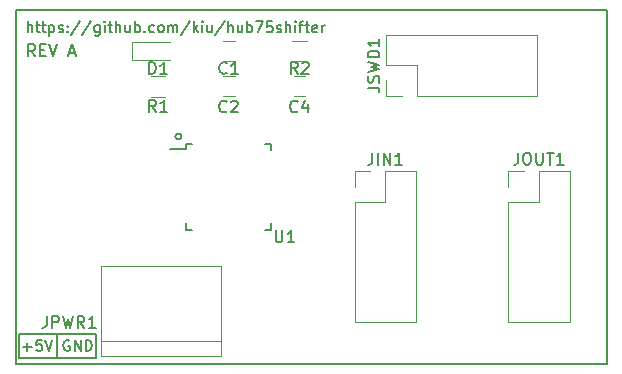
<source format=gbr>
G04 #@! TF.GenerationSoftware,KiCad,Pcbnew,(5.0.0)*
G04 #@! TF.CreationDate,2019-09-15T19:40:45+02:00*
G04 #@! TF.ProjectId,hub75shifter,6875623735736869667465722E6B6963,rev?*
G04 #@! TF.SameCoordinates,Original*
G04 #@! TF.FileFunction,Legend,Top*
G04 #@! TF.FilePolarity,Positive*
%FSLAX46Y46*%
G04 Gerber Fmt 4.6, Leading zero omitted, Abs format (unit mm)*
G04 Created by KiCad (PCBNEW (5.0.0)) date 09/15/19 19:40:45*
%MOMM*%
%LPD*%
G01*
G04 APERTURE LIST*
%ADD10C,0.200000*%
%ADD11C,0.150000*%
%ADD12C,0.120000*%
G04 APERTURE END LIST*
D10*
X20250000Y-49500000D02*
X20250000Y-47500000D01*
X26750000Y-49500000D02*
X20250000Y-49500000D01*
X26750000Y-47500000D02*
X26750000Y-49500000D01*
X20250000Y-47500000D02*
X26750000Y-47500000D01*
D11*
X21619047Y-23952380D02*
X21285714Y-23476190D01*
X21047619Y-23952380D02*
X21047619Y-22952380D01*
X21428571Y-22952380D01*
X21523809Y-23000000D01*
X21571428Y-23047619D01*
X21619047Y-23142857D01*
X21619047Y-23285714D01*
X21571428Y-23380952D01*
X21523809Y-23428571D01*
X21428571Y-23476190D01*
X21047619Y-23476190D01*
X22047619Y-23428571D02*
X22380952Y-23428571D01*
X22523809Y-23952380D02*
X22047619Y-23952380D01*
X22047619Y-22952380D01*
X22523809Y-22952380D01*
X22809523Y-22952380D02*
X23142857Y-23952380D01*
X23476190Y-22952380D01*
X24523809Y-23666666D02*
X25000000Y-23666666D01*
X24428571Y-23952380D02*
X24761904Y-22952380D01*
X25095238Y-23952380D01*
X20985714Y-21907142D02*
X20985714Y-21007142D01*
X21371428Y-21907142D02*
X21371428Y-21435714D01*
X21328571Y-21350000D01*
X21242857Y-21307142D01*
X21114285Y-21307142D01*
X21028571Y-21350000D01*
X20985714Y-21392857D01*
X21671428Y-21307142D02*
X22014285Y-21307142D01*
X21799999Y-21007142D02*
X21799999Y-21778571D01*
X21842857Y-21864285D01*
X21928571Y-21907142D01*
X22014285Y-21907142D01*
X22185714Y-21307142D02*
X22528571Y-21307142D01*
X22314285Y-21007142D02*
X22314285Y-21778571D01*
X22357142Y-21864285D01*
X22442857Y-21907142D01*
X22528571Y-21907142D01*
X22828571Y-21307142D02*
X22828571Y-22207142D01*
X22828571Y-21350000D02*
X22914285Y-21307142D01*
X23085714Y-21307142D01*
X23171428Y-21350000D01*
X23214285Y-21392857D01*
X23257142Y-21478571D01*
X23257142Y-21735714D01*
X23214285Y-21821428D01*
X23171428Y-21864285D01*
X23085714Y-21907142D01*
X22914285Y-21907142D01*
X22828571Y-21864285D01*
X23599999Y-21864285D02*
X23685714Y-21907142D01*
X23857142Y-21907142D01*
X23942857Y-21864285D01*
X23985714Y-21778571D01*
X23985714Y-21735714D01*
X23942857Y-21650000D01*
X23857142Y-21607142D01*
X23728571Y-21607142D01*
X23642857Y-21564285D01*
X23599999Y-21478571D01*
X23599999Y-21435714D01*
X23642857Y-21350000D01*
X23728571Y-21307142D01*
X23857142Y-21307142D01*
X23942857Y-21350000D01*
X24371428Y-21821428D02*
X24414285Y-21864285D01*
X24371428Y-21907142D01*
X24328571Y-21864285D01*
X24371428Y-21821428D01*
X24371428Y-21907142D01*
X24371428Y-21350000D02*
X24414285Y-21392857D01*
X24371428Y-21435714D01*
X24328571Y-21392857D01*
X24371428Y-21350000D01*
X24371428Y-21435714D01*
X25442857Y-20964285D02*
X24671428Y-22121428D01*
X26385714Y-20964285D02*
X25614285Y-22121428D01*
X27071428Y-21307142D02*
X27071428Y-22035714D01*
X27028571Y-22121428D01*
X26985714Y-22164285D01*
X26899999Y-22207142D01*
X26771428Y-22207142D01*
X26685714Y-22164285D01*
X27071428Y-21864285D02*
X26985714Y-21907142D01*
X26814285Y-21907142D01*
X26728571Y-21864285D01*
X26685714Y-21821428D01*
X26642857Y-21735714D01*
X26642857Y-21478571D01*
X26685714Y-21392857D01*
X26728571Y-21350000D01*
X26814285Y-21307142D01*
X26985714Y-21307142D01*
X27071428Y-21350000D01*
X27499999Y-21907142D02*
X27499999Y-21307142D01*
X27499999Y-21007142D02*
X27457142Y-21050000D01*
X27499999Y-21092857D01*
X27542857Y-21050000D01*
X27499999Y-21007142D01*
X27499999Y-21092857D01*
X27799999Y-21307142D02*
X28142857Y-21307142D01*
X27928571Y-21007142D02*
X27928571Y-21778571D01*
X27971428Y-21864285D01*
X28057142Y-21907142D01*
X28142857Y-21907142D01*
X28442857Y-21907142D02*
X28442857Y-21007142D01*
X28828571Y-21907142D02*
X28828571Y-21435714D01*
X28785714Y-21350000D01*
X28699999Y-21307142D01*
X28571428Y-21307142D01*
X28485714Y-21350000D01*
X28442857Y-21392857D01*
X29642857Y-21307142D02*
X29642857Y-21907142D01*
X29257142Y-21307142D02*
X29257142Y-21778571D01*
X29299999Y-21864285D01*
X29385714Y-21907142D01*
X29514285Y-21907142D01*
X29599999Y-21864285D01*
X29642857Y-21821428D01*
X30071428Y-21907142D02*
X30071428Y-21007142D01*
X30071428Y-21350000D02*
X30157142Y-21307142D01*
X30328571Y-21307142D01*
X30414285Y-21350000D01*
X30457142Y-21392857D01*
X30499999Y-21478571D01*
X30499999Y-21735714D01*
X30457142Y-21821428D01*
X30414285Y-21864285D01*
X30328571Y-21907142D01*
X30157142Y-21907142D01*
X30071428Y-21864285D01*
X30885714Y-21821428D02*
X30928571Y-21864285D01*
X30885714Y-21907142D01*
X30842857Y-21864285D01*
X30885714Y-21821428D01*
X30885714Y-21907142D01*
X31699999Y-21864285D02*
X31614285Y-21907142D01*
X31442857Y-21907142D01*
X31357142Y-21864285D01*
X31314285Y-21821428D01*
X31271428Y-21735714D01*
X31271428Y-21478571D01*
X31314285Y-21392857D01*
X31357142Y-21350000D01*
X31442857Y-21307142D01*
X31614285Y-21307142D01*
X31699999Y-21350000D01*
X32214285Y-21907142D02*
X32128571Y-21864285D01*
X32085714Y-21821428D01*
X32042857Y-21735714D01*
X32042857Y-21478571D01*
X32085714Y-21392857D01*
X32128571Y-21350000D01*
X32214285Y-21307142D01*
X32342857Y-21307142D01*
X32428571Y-21350000D01*
X32471428Y-21392857D01*
X32514285Y-21478571D01*
X32514285Y-21735714D01*
X32471428Y-21821428D01*
X32428571Y-21864285D01*
X32342857Y-21907142D01*
X32214285Y-21907142D01*
X32899999Y-21907142D02*
X32899999Y-21307142D01*
X32899999Y-21392857D02*
X32942857Y-21350000D01*
X33028571Y-21307142D01*
X33157142Y-21307142D01*
X33242857Y-21350000D01*
X33285714Y-21435714D01*
X33285714Y-21907142D01*
X33285714Y-21435714D02*
X33328571Y-21350000D01*
X33414285Y-21307142D01*
X33542857Y-21307142D01*
X33628571Y-21350000D01*
X33671428Y-21435714D01*
X33671428Y-21907142D01*
X34742857Y-20964285D02*
X33971428Y-22121428D01*
X35042857Y-21907142D02*
X35042857Y-21007142D01*
X35128571Y-21564285D02*
X35385714Y-21907142D01*
X35385714Y-21307142D02*
X35042857Y-21650000D01*
X35771428Y-21907142D02*
X35771428Y-21307142D01*
X35771428Y-21007142D02*
X35728571Y-21050000D01*
X35771428Y-21092857D01*
X35814285Y-21050000D01*
X35771428Y-21007142D01*
X35771428Y-21092857D01*
X36585714Y-21307142D02*
X36585714Y-21907142D01*
X36200000Y-21307142D02*
X36200000Y-21778571D01*
X36242857Y-21864285D01*
X36328571Y-21907142D01*
X36457142Y-21907142D01*
X36542857Y-21864285D01*
X36585714Y-21821428D01*
X37657142Y-20964285D02*
X36885714Y-22121428D01*
X37957142Y-21907142D02*
X37957142Y-21007142D01*
X38342857Y-21907142D02*
X38342857Y-21435714D01*
X38300000Y-21350000D01*
X38214285Y-21307142D01*
X38085714Y-21307142D01*
X38000000Y-21350000D01*
X37957142Y-21392857D01*
X39157142Y-21307142D02*
X39157142Y-21907142D01*
X38771428Y-21307142D02*
X38771428Y-21778571D01*
X38814285Y-21864285D01*
X38900000Y-21907142D01*
X39028571Y-21907142D01*
X39114285Y-21864285D01*
X39157142Y-21821428D01*
X39585714Y-21907142D02*
X39585714Y-21007142D01*
X39585714Y-21350000D02*
X39671428Y-21307142D01*
X39842857Y-21307142D01*
X39928571Y-21350000D01*
X39971428Y-21392857D01*
X40014285Y-21478571D01*
X40014285Y-21735714D01*
X39971428Y-21821428D01*
X39928571Y-21864285D01*
X39842857Y-21907142D01*
X39671428Y-21907142D01*
X39585714Y-21864285D01*
X40314285Y-21007142D02*
X40914285Y-21007142D01*
X40528571Y-21907142D01*
X41685714Y-21007142D02*
X41257142Y-21007142D01*
X41214285Y-21435714D01*
X41257142Y-21392857D01*
X41342857Y-21350000D01*
X41557142Y-21350000D01*
X41642857Y-21392857D01*
X41685714Y-21435714D01*
X41728571Y-21521428D01*
X41728571Y-21735714D01*
X41685714Y-21821428D01*
X41642857Y-21864285D01*
X41557142Y-21907142D01*
X41342857Y-21907142D01*
X41257142Y-21864285D01*
X41214285Y-21821428D01*
X42071428Y-21864285D02*
X42157142Y-21907142D01*
X42328571Y-21907142D01*
X42414285Y-21864285D01*
X42457142Y-21778571D01*
X42457142Y-21735714D01*
X42414285Y-21650000D01*
X42328571Y-21607142D01*
X42200000Y-21607142D01*
X42114285Y-21564285D01*
X42071428Y-21478571D01*
X42071428Y-21435714D01*
X42114285Y-21350000D01*
X42200000Y-21307142D01*
X42328571Y-21307142D01*
X42414285Y-21350000D01*
X42842857Y-21907142D02*
X42842857Y-21007142D01*
X43228571Y-21907142D02*
X43228571Y-21435714D01*
X43185714Y-21350000D01*
X43100000Y-21307142D01*
X42971428Y-21307142D01*
X42885714Y-21350000D01*
X42842857Y-21392857D01*
X43657142Y-21907142D02*
X43657142Y-21307142D01*
X43657142Y-21007142D02*
X43614285Y-21050000D01*
X43657142Y-21092857D01*
X43700000Y-21050000D01*
X43657142Y-21007142D01*
X43657142Y-21092857D01*
X43957142Y-21307142D02*
X44300000Y-21307142D01*
X44085714Y-21907142D02*
X44085714Y-21135714D01*
X44128571Y-21050000D01*
X44214285Y-21007142D01*
X44300000Y-21007142D01*
X44471428Y-21307142D02*
X44814285Y-21307142D01*
X44599999Y-21007142D02*
X44599999Y-21778571D01*
X44642857Y-21864285D01*
X44728571Y-21907142D01*
X44814285Y-21907142D01*
X45457142Y-21864285D02*
X45371428Y-21907142D01*
X45199999Y-21907142D01*
X45114285Y-21864285D01*
X45071428Y-21778571D01*
X45071428Y-21435714D01*
X45114285Y-21350000D01*
X45199999Y-21307142D01*
X45371428Y-21307142D01*
X45457142Y-21350000D01*
X45499999Y-21435714D01*
X45499999Y-21521428D01*
X45071428Y-21607142D01*
X45885714Y-21907142D02*
X45885714Y-21307142D01*
X45885714Y-21478571D02*
X45928571Y-21392857D01*
X45971428Y-21350000D01*
X46057142Y-21307142D01*
X46142857Y-21307142D01*
D10*
X23500000Y-49500000D02*
X23500000Y-47500000D01*
D11*
X20628571Y-48564285D02*
X21314285Y-48564285D01*
X20971428Y-48907142D02*
X20971428Y-48221428D01*
X22171428Y-48007142D02*
X21742857Y-48007142D01*
X21700000Y-48435714D01*
X21742857Y-48392857D01*
X21828571Y-48350000D01*
X22042857Y-48350000D01*
X22128571Y-48392857D01*
X22171428Y-48435714D01*
X22214285Y-48521428D01*
X22214285Y-48735714D01*
X22171428Y-48821428D01*
X22128571Y-48864285D01*
X22042857Y-48907142D01*
X21828571Y-48907142D01*
X21742857Y-48864285D01*
X21700000Y-48821428D01*
X22471428Y-48007142D02*
X22771428Y-48907142D01*
X23071428Y-48007142D01*
X24528571Y-48050000D02*
X24442857Y-48007142D01*
X24314285Y-48007142D01*
X24185714Y-48050000D01*
X24100000Y-48135714D01*
X24057142Y-48221428D01*
X24014285Y-48392857D01*
X24014285Y-48521428D01*
X24057142Y-48692857D01*
X24100000Y-48778571D01*
X24185714Y-48864285D01*
X24314285Y-48907142D01*
X24400000Y-48907142D01*
X24528571Y-48864285D01*
X24571428Y-48821428D01*
X24571428Y-48521428D01*
X24400000Y-48521428D01*
X24957142Y-48907142D02*
X24957142Y-48007142D01*
X25471428Y-48907142D01*
X25471428Y-48007142D01*
X25900000Y-48907142D02*
X25900000Y-48007142D01*
X26114285Y-48007142D01*
X26242857Y-48050000D01*
X26328571Y-48135714D01*
X26371428Y-48221428D01*
X26414285Y-48392857D01*
X26414285Y-48521428D01*
X26371428Y-48692857D01*
X26328571Y-48778571D01*
X26242857Y-48864285D01*
X26114285Y-48907142D01*
X25900000Y-48907142D01*
D10*
X34000000Y-30750000D02*
G75*
G03X34000000Y-30750000I-250000J0D01*
G01*
X20000000Y-50000000D02*
X70000000Y-50000000D01*
X20000000Y-20000000D02*
X70000000Y-20000000D01*
D11*
X70000000Y-50000000D02*
X70000000Y-20000000D01*
X20000000Y-50000000D02*
X20000000Y-20000000D01*
D12*
G04 #@! TO.C,C1*
X37500000Y-24350000D02*
X38500000Y-24350000D01*
X38500000Y-22650000D02*
X37500000Y-22650000D01*
G04 #@! TO.C,C2*
X38500000Y-25650000D02*
X37500000Y-25650000D01*
X37500000Y-27350000D02*
X38500000Y-27350000D01*
G04 #@! TO.C,JIN1*
X48670000Y-46490000D02*
X53870000Y-46490000D01*
X48670000Y-36270000D02*
X48670000Y-46490000D01*
X53870000Y-33670000D02*
X53870000Y-46490000D01*
X48670000Y-36270000D02*
X51270000Y-36270000D01*
X51270000Y-36270000D02*
X51270000Y-33670000D01*
X51270000Y-33670000D02*
X53870000Y-33670000D01*
X48670000Y-35000000D02*
X48670000Y-33670000D01*
X48670000Y-33670000D02*
X50000000Y-33670000D01*
G04 #@! TO.C,JOUT1*
X61670000Y-33670000D02*
X63000000Y-33670000D01*
X61670000Y-35000000D02*
X61670000Y-33670000D01*
X64270000Y-33670000D02*
X66870000Y-33670000D01*
X64270000Y-36270000D02*
X64270000Y-33670000D01*
X61670000Y-36270000D02*
X64270000Y-36270000D01*
X66870000Y-33670000D02*
X66870000Y-46490000D01*
X61670000Y-36270000D02*
X61670000Y-46490000D01*
X61670000Y-46490000D02*
X66870000Y-46490000D01*
G04 #@! TO.C,JSWD1*
X51310000Y-27330000D02*
X51310000Y-26000000D01*
X52640000Y-27330000D02*
X51310000Y-27330000D01*
X51310000Y-24730000D02*
X51310000Y-22130000D01*
X53910000Y-24730000D02*
X51310000Y-24730000D01*
X53910000Y-27330000D02*
X53910000Y-24730000D01*
X51310000Y-22130000D02*
X64130000Y-22130000D01*
X53910000Y-27330000D02*
X64130000Y-27330000D01*
X64130000Y-27330000D02*
X64130000Y-22130000D01*
D11*
G04 #@! TO.C,U1*
X34375000Y-31800000D02*
X33000000Y-31800000D01*
X41625000Y-31375000D02*
X41100000Y-31375000D01*
X41625000Y-38625000D02*
X41100000Y-38625000D01*
X34375000Y-38625000D02*
X34900000Y-38625000D01*
X34375000Y-31375000D02*
X34900000Y-31375000D01*
X34375000Y-38625000D02*
X34375000Y-38100000D01*
X41625000Y-38625000D02*
X41625000Y-38100000D01*
X41625000Y-31375000D02*
X41625000Y-31900000D01*
X34375000Y-31375000D02*
X34375000Y-31800000D01*
D12*
G04 #@! TO.C,D1*
X29800000Y-22750000D02*
X29800000Y-24250000D01*
X29800000Y-22750000D02*
X33000000Y-22750000D01*
X33000000Y-24250000D02*
X29800000Y-24250000D01*
G04 #@! TO.C,R1*
X32600000Y-27380000D02*
X31400000Y-27380000D01*
X31400000Y-25620000D02*
X32600000Y-25620000D01*
G04 #@! TO.C,C4*
X44500000Y-25650000D02*
X43500000Y-25650000D01*
X43500000Y-27350000D02*
X44500000Y-27350000D01*
G04 #@! TO.C,R2*
X44600000Y-24380000D02*
X43400000Y-24380000D01*
X43400000Y-22620000D02*
X44600000Y-22620000D01*
G04 #@! TO.C,JPWR1*
X27210000Y-49310000D02*
X37370000Y-49310000D01*
X27210000Y-41690000D02*
X27210000Y-49310000D01*
X37370000Y-41690000D02*
X27210000Y-41690000D01*
X37370000Y-49310000D02*
X37370000Y-41690000D01*
X37370000Y-48040000D02*
X27210000Y-48040000D01*
G04 #@! TD*
G04 #@! TO.C,C1*
D11*
X37833333Y-25357142D02*
X37785714Y-25404761D01*
X37642857Y-25452380D01*
X37547619Y-25452380D01*
X37404761Y-25404761D01*
X37309523Y-25309523D01*
X37261904Y-25214285D01*
X37214285Y-25023809D01*
X37214285Y-24880952D01*
X37261904Y-24690476D01*
X37309523Y-24595238D01*
X37404761Y-24500000D01*
X37547619Y-24452380D01*
X37642857Y-24452380D01*
X37785714Y-24500000D01*
X37833333Y-24547619D01*
X38785714Y-25452380D02*
X38214285Y-25452380D01*
X38500000Y-25452380D02*
X38500000Y-24452380D01*
X38404761Y-24595238D01*
X38309523Y-24690476D01*
X38214285Y-24738095D01*
G04 #@! TO.C,C2*
X37833333Y-28607142D02*
X37785714Y-28654761D01*
X37642857Y-28702380D01*
X37547619Y-28702380D01*
X37404761Y-28654761D01*
X37309523Y-28559523D01*
X37261904Y-28464285D01*
X37214285Y-28273809D01*
X37214285Y-28130952D01*
X37261904Y-27940476D01*
X37309523Y-27845238D01*
X37404761Y-27750000D01*
X37547619Y-27702380D01*
X37642857Y-27702380D01*
X37785714Y-27750000D01*
X37833333Y-27797619D01*
X38214285Y-27797619D02*
X38261904Y-27750000D01*
X38357142Y-27702380D01*
X38595238Y-27702380D01*
X38690476Y-27750000D01*
X38738095Y-27797619D01*
X38785714Y-27892857D01*
X38785714Y-27988095D01*
X38738095Y-28130952D01*
X38166666Y-28702380D01*
X38785714Y-28702380D01*
G04 #@! TO.C,JIN1*
X50174761Y-32122380D02*
X50174761Y-32836666D01*
X50127142Y-32979523D01*
X50031904Y-33074761D01*
X49889047Y-33122380D01*
X49793809Y-33122380D01*
X50650952Y-33122380D02*
X50650952Y-32122380D01*
X51127142Y-33122380D02*
X51127142Y-32122380D01*
X51698571Y-33122380D01*
X51698571Y-32122380D01*
X52698571Y-33122380D02*
X52127142Y-33122380D01*
X52412857Y-33122380D02*
X52412857Y-32122380D01*
X52317619Y-32265238D01*
X52222380Y-32360476D01*
X52127142Y-32408095D01*
G04 #@! TO.C,JOUT1*
X62508095Y-32122380D02*
X62508095Y-32836666D01*
X62460476Y-32979523D01*
X62365238Y-33074761D01*
X62222380Y-33122380D01*
X62127142Y-33122380D01*
X63174761Y-32122380D02*
X63365238Y-32122380D01*
X63460476Y-32170000D01*
X63555714Y-32265238D01*
X63603333Y-32455714D01*
X63603333Y-32789047D01*
X63555714Y-32979523D01*
X63460476Y-33074761D01*
X63365238Y-33122380D01*
X63174761Y-33122380D01*
X63079523Y-33074761D01*
X62984285Y-32979523D01*
X62936666Y-32789047D01*
X62936666Y-32455714D01*
X62984285Y-32265238D01*
X63079523Y-32170000D01*
X63174761Y-32122380D01*
X64031904Y-32122380D02*
X64031904Y-32931904D01*
X64079523Y-33027142D01*
X64127142Y-33074761D01*
X64222380Y-33122380D01*
X64412857Y-33122380D01*
X64508095Y-33074761D01*
X64555714Y-33027142D01*
X64603333Y-32931904D01*
X64603333Y-32122380D01*
X64936666Y-32122380D02*
X65508095Y-32122380D01*
X65222380Y-33122380D02*
X65222380Y-32122380D01*
X66365238Y-33122380D02*
X65793809Y-33122380D01*
X66079523Y-33122380D02*
X66079523Y-32122380D01*
X65984285Y-32265238D01*
X65889047Y-32360476D01*
X65793809Y-32408095D01*
G04 #@! TO.C,JSWD1*
X49762380Y-26610952D02*
X50476666Y-26610952D01*
X50619523Y-26658571D01*
X50714761Y-26753809D01*
X50762380Y-26896666D01*
X50762380Y-26991904D01*
X50714761Y-26182380D02*
X50762380Y-26039523D01*
X50762380Y-25801428D01*
X50714761Y-25706190D01*
X50667142Y-25658571D01*
X50571904Y-25610952D01*
X50476666Y-25610952D01*
X50381428Y-25658571D01*
X50333809Y-25706190D01*
X50286190Y-25801428D01*
X50238571Y-25991904D01*
X50190952Y-26087142D01*
X50143333Y-26134761D01*
X50048095Y-26182380D01*
X49952857Y-26182380D01*
X49857619Y-26134761D01*
X49810000Y-26087142D01*
X49762380Y-25991904D01*
X49762380Y-25753809D01*
X49810000Y-25610952D01*
X49762380Y-25277619D02*
X50762380Y-25039523D01*
X50048095Y-24849047D01*
X50762380Y-24658571D01*
X49762380Y-24420476D01*
X50762380Y-24039523D02*
X49762380Y-24039523D01*
X49762380Y-23801428D01*
X49810000Y-23658571D01*
X49905238Y-23563333D01*
X50000476Y-23515714D01*
X50190952Y-23468095D01*
X50333809Y-23468095D01*
X50524285Y-23515714D01*
X50619523Y-23563333D01*
X50714761Y-23658571D01*
X50762380Y-23801428D01*
X50762380Y-24039523D01*
X50762380Y-22515714D02*
X50762380Y-23087142D01*
X50762380Y-22801428D02*
X49762380Y-22801428D01*
X49905238Y-22896666D01*
X50000476Y-22991904D01*
X50048095Y-23087142D01*
G04 #@! TO.C,U1*
X41988095Y-38702380D02*
X41988095Y-39511904D01*
X42035714Y-39607142D01*
X42083333Y-39654761D01*
X42178571Y-39702380D01*
X42369047Y-39702380D01*
X42464285Y-39654761D01*
X42511904Y-39607142D01*
X42559523Y-39511904D01*
X42559523Y-38702380D01*
X43559523Y-39702380D02*
X42988095Y-39702380D01*
X43273809Y-39702380D02*
X43273809Y-38702380D01*
X43178571Y-38845238D01*
X43083333Y-38940476D01*
X42988095Y-38988095D01*
G04 #@! TO.C,D1*
X31261904Y-25452380D02*
X31261904Y-24452380D01*
X31500000Y-24452380D01*
X31642857Y-24500000D01*
X31738095Y-24595238D01*
X31785714Y-24690476D01*
X31833333Y-24880952D01*
X31833333Y-25023809D01*
X31785714Y-25214285D01*
X31738095Y-25309523D01*
X31642857Y-25404761D01*
X31500000Y-25452380D01*
X31261904Y-25452380D01*
X32785714Y-25452380D02*
X32214285Y-25452380D01*
X32500000Y-25452380D02*
X32500000Y-24452380D01*
X32404761Y-24595238D01*
X32309523Y-24690476D01*
X32214285Y-24738095D01*
G04 #@! TO.C,R1*
X31833333Y-28652380D02*
X31500000Y-28176190D01*
X31261904Y-28652380D02*
X31261904Y-27652380D01*
X31642857Y-27652380D01*
X31738095Y-27700000D01*
X31785714Y-27747619D01*
X31833333Y-27842857D01*
X31833333Y-27985714D01*
X31785714Y-28080952D01*
X31738095Y-28128571D01*
X31642857Y-28176190D01*
X31261904Y-28176190D01*
X32785714Y-28652380D02*
X32214285Y-28652380D01*
X32500000Y-28652380D02*
X32500000Y-27652380D01*
X32404761Y-27795238D01*
X32309523Y-27890476D01*
X32214285Y-27938095D01*
G04 #@! TO.C,C4*
X43833333Y-28607142D02*
X43785714Y-28654761D01*
X43642857Y-28702380D01*
X43547619Y-28702380D01*
X43404761Y-28654761D01*
X43309523Y-28559523D01*
X43261904Y-28464285D01*
X43214285Y-28273809D01*
X43214285Y-28130952D01*
X43261904Y-27940476D01*
X43309523Y-27845238D01*
X43404761Y-27750000D01*
X43547619Y-27702380D01*
X43642857Y-27702380D01*
X43785714Y-27750000D01*
X43833333Y-27797619D01*
X44690476Y-28035714D02*
X44690476Y-28702380D01*
X44452380Y-27654761D02*
X44214285Y-28369047D01*
X44833333Y-28369047D01*
G04 #@! TO.C,R2*
X43833333Y-25452380D02*
X43500000Y-24976190D01*
X43261904Y-25452380D02*
X43261904Y-24452380D01*
X43642857Y-24452380D01*
X43738095Y-24500000D01*
X43785714Y-24547619D01*
X43833333Y-24642857D01*
X43833333Y-24785714D01*
X43785714Y-24880952D01*
X43738095Y-24928571D01*
X43642857Y-24976190D01*
X43261904Y-24976190D01*
X44214285Y-24547619D02*
X44261904Y-24500000D01*
X44357142Y-24452380D01*
X44595238Y-24452380D01*
X44690476Y-24500000D01*
X44738095Y-24547619D01*
X44785714Y-24642857D01*
X44785714Y-24738095D01*
X44738095Y-24880952D01*
X44166666Y-25452380D01*
X44785714Y-25452380D01*
G04 #@! TO.C,JPWR1*
X22595238Y-45952380D02*
X22595238Y-46666666D01*
X22547619Y-46809523D01*
X22452380Y-46904761D01*
X22309523Y-46952380D01*
X22214285Y-46952380D01*
X23071428Y-46952380D02*
X23071428Y-45952380D01*
X23452380Y-45952380D01*
X23547619Y-46000000D01*
X23595238Y-46047619D01*
X23642857Y-46142857D01*
X23642857Y-46285714D01*
X23595238Y-46380952D01*
X23547619Y-46428571D01*
X23452380Y-46476190D01*
X23071428Y-46476190D01*
X23976190Y-45952380D02*
X24214285Y-46952380D01*
X24404761Y-46238095D01*
X24595238Y-46952380D01*
X24833333Y-45952380D01*
X25785714Y-46952380D02*
X25452380Y-46476190D01*
X25214285Y-46952380D02*
X25214285Y-45952380D01*
X25595238Y-45952380D01*
X25690476Y-46000000D01*
X25738095Y-46047619D01*
X25785714Y-46142857D01*
X25785714Y-46285714D01*
X25738095Y-46380952D01*
X25690476Y-46428571D01*
X25595238Y-46476190D01*
X25214285Y-46476190D01*
X26738095Y-46952380D02*
X26166666Y-46952380D01*
X26452380Y-46952380D02*
X26452380Y-45952380D01*
X26357142Y-46095238D01*
X26261904Y-46190476D01*
X26166666Y-46238095D01*
G04 #@! TD*
M02*

</source>
